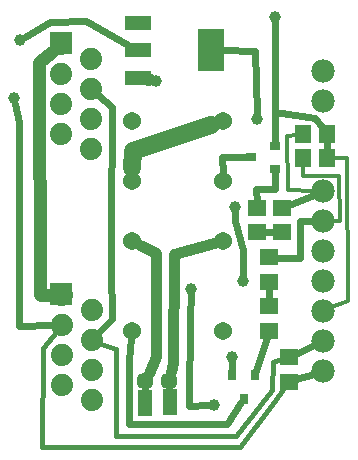
<source format=gtl>
G04 MADE WITH FRITZING*
G04 WWW.FRITZING.ORG*
G04 DOUBLE SIDED*
G04 HOLES PLATED*
G04 CONTOUR ON CENTER OF CONTOUR VECTOR*
%ASAXBY*%
%FSLAX23Y23*%
%MOIN*%
%OFA0B0*%
%SFA1.0B1.0*%
%ADD10C,0.039370*%
%ADD11C,0.074000*%
%ADD12C,0.057000*%
%ADD13C,0.078000*%
%ADD14C,0.060597*%
%ADD15R,0.031496X0.035433*%
%ADD16R,0.035433X0.031496*%
%ADD17R,0.088000X0.048000*%
%ADD18R,0.086614X0.141732*%
%ADD19R,0.059055X0.055118*%
%ADD20R,0.055118X0.059055*%
%ADD21R,0.045957X0.086424*%
%ADD22C,0.024000*%
%ADD23C,0.042000*%
%ADD24C,0.036000*%
%ADD25C,0.016000*%
%ADD26C,0.012000*%
%ADD27C,0.060000*%
%ADD28R,0.001000X0.001000*%
%LNCOPPER1*%
G90*
G70*
G54D10*
X1075Y1140D03*
G54D11*
X524Y203D03*
X424Y253D03*
X524Y303D03*
X524Y403D03*
X524Y503D03*
X424Y353D03*
X424Y453D03*
X424Y553D03*
X523Y1040D03*
X423Y1090D03*
X523Y1140D03*
X523Y1240D03*
X523Y1340D03*
X423Y1190D03*
X423Y1290D03*
X423Y1390D03*
G54D12*
X782Y265D03*
X703Y265D03*
X782Y265D03*
X703Y265D03*
G54D10*
X286Y1404D03*
X267Y1208D03*
X739Y1267D03*
G54D13*
X1295Y1300D03*
X1295Y1200D03*
G54D10*
X1134Y1480D03*
G54D13*
X1294Y898D03*
X1294Y798D03*
X1294Y698D03*
X1294Y598D03*
X1294Y498D03*
X1294Y398D03*
X1294Y298D03*
G54D10*
X855Y573D03*
X932Y186D03*
X993Y346D03*
G54D14*
X963Y734D03*
X660Y1133D03*
X660Y934D03*
X660Y734D03*
X660Y434D03*
X963Y434D03*
X963Y934D03*
X963Y1133D03*
G54D10*
X1003Y847D03*
X1028Y600D03*
G54D15*
X1068Y286D03*
X993Y286D03*
X1031Y207D03*
G54D16*
X1136Y974D03*
X1136Y1049D03*
X1057Y1011D03*
G54D17*
X678Y1459D03*
X678Y1368D03*
X678Y1277D03*
G54D18*
X922Y1368D03*
G54D19*
X1074Y841D03*
X1074Y761D03*
X1117Y434D03*
X1117Y515D03*
X1159Y843D03*
X1159Y763D03*
X1117Y678D03*
X1117Y597D03*
G54D20*
X1229Y1008D03*
X1310Y1008D03*
X1310Y1088D03*
X1230Y1088D03*
G54D19*
X1181Y345D03*
X1181Y264D03*
G54D21*
X784Y196D03*
X703Y194D03*
G54D22*
X1045Y1011D02*
X960Y1012D01*
D02*
X1073Y907D02*
X1074Y863D01*
D02*
X1135Y907D02*
X1073Y907D01*
D02*
X1136Y964D02*
X1135Y907D01*
D02*
X1072Y298D02*
X1109Y412D01*
G54D23*
D02*
X349Y1329D02*
X391Y1364D01*
D02*
X351Y553D02*
X349Y1329D01*
D02*
X382Y553D02*
X351Y553D01*
G54D22*
D02*
X960Y1368D02*
X1069Y1366D01*
G54D24*
D02*
X715Y293D02*
X738Y345D01*
D02*
X738Y345D02*
X739Y692D01*
D02*
X739Y692D02*
X687Y720D01*
D02*
X797Y327D02*
X789Y295D01*
D02*
X800Y690D02*
X797Y327D01*
D02*
X933Y726D02*
X800Y690D01*
G54D22*
D02*
X591Y474D02*
X545Y425D01*
D02*
X588Y772D02*
X589Y642D01*
D02*
X591Y1180D02*
X546Y1220D01*
D02*
X588Y772D02*
X591Y1180D01*
D02*
X1135Y762D02*
X1098Y761D01*
D02*
X384Y1462D02*
X505Y1467D01*
D02*
X505Y1467D02*
X646Y1387D01*
D02*
X303Y1413D02*
X384Y1462D01*
G54D25*
D02*
X606Y372D02*
X547Y394D01*
D02*
X606Y82D02*
X606Y372D01*
D02*
X1004Y84D02*
X606Y82D01*
G54D22*
D02*
X281Y1130D02*
X270Y1189D01*
D02*
X281Y450D02*
X281Y1130D01*
G54D23*
D02*
X716Y1271D02*
X710Y1272D01*
G54D22*
D02*
X1117Y575D02*
X1117Y537D01*
G54D25*
D02*
X358Y47D02*
X1019Y47D01*
D02*
X408Y433D02*
X362Y377D01*
D02*
X362Y377D02*
X358Y47D01*
G54D22*
D02*
X281Y450D02*
X393Y452D01*
G54D26*
D02*
X1378Y534D02*
X1375Y1008D01*
D02*
X1317Y508D02*
X1378Y534D01*
G54D22*
D02*
X853Y483D02*
X855Y554D01*
D02*
X913Y185D02*
X850Y183D01*
D02*
X1183Y853D02*
X1266Y887D01*
D02*
X1220Y676D02*
X1220Y798D01*
D02*
X1220Y798D02*
X1264Y798D01*
D02*
X1141Y677D02*
X1220Y676D01*
D02*
X1205Y356D02*
X1267Y385D01*
D02*
X1205Y272D02*
X1266Y289D01*
G54D25*
D02*
X1157Y338D02*
X1129Y330D01*
D02*
X1129Y330D02*
X1125Y236D01*
D02*
X1133Y196D02*
X1019Y47D01*
D02*
X1165Y242D02*
X1133Y196D01*
G54D22*
D02*
X783Y234D02*
X783Y241D01*
D02*
X703Y232D02*
X703Y241D01*
G54D26*
D02*
X1375Y1008D02*
X1332Y1008D01*
G54D22*
D02*
X1135Y1161D02*
X1134Y1461D01*
D02*
X1268Y1143D02*
X1135Y1161D01*
D02*
X1292Y1112D02*
X1268Y1143D01*
D02*
X1135Y1161D02*
X1136Y1059D01*
G54D26*
D02*
X1179Y903D02*
X1176Y1084D01*
D02*
X1176Y1084D02*
X1208Y1087D01*
D02*
X1270Y899D02*
X1179Y903D01*
D02*
X1350Y949D02*
X1352Y799D01*
D02*
X1229Y949D02*
X1350Y949D01*
D02*
X1352Y799D02*
X1319Y798D01*
D02*
X1229Y984D02*
X1229Y949D01*
G54D22*
D02*
X1310Y1032D02*
X1310Y1064D01*
D02*
X993Y327D02*
X993Y298D01*
G54D25*
D02*
X1125Y236D02*
X1004Y84D01*
G54D22*
D02*
X649Y337D02*
X650Y124D01*
G54D27*
D02*
X661Y1033D02*
X923Y1120D01*
G54D22*
D02*
X650Y124D02*
X976Y124D01*
D02*
X976Y124D02*
X1023Y195D01*
D02*
X657Y409D02*
X649Y337D01*
D02*
X960Y1012D02*
X962Y959D01*
G54D27*
D02*
X660Y975D02*
X661Y1033D01*
G54D22*
D02*
X1069Y1366D02*
X1075Y1159D01*
D02*
X1028Y703D02*
X1002Y798D01*
D02*
X1002Y798D02*
X1002Y828D01*
D02*
X589Y642D02*
X591Y474D01*
D02*
X850Y183D02*
X853Y483D01*
D02*
X1028Y619D02*
X1028Y703D01*
G54D28*
X386Y1428D02*
X458Y1428D01*
X386Y1427D02*
X458Y1427D01*
X386Y1426D02*
X458Y1426D01*
X386Y1425D02*
X458Y1425D01*
X386Y1424D02*
X458Y1424D01*
X386Y1423D02*
X458Y1423D01*
X386Y1422D02*
X458Y1422D01*
X386Y1421D02*
X458Y1421D01*
X386Y1420D02*
X458Y1420D01*
X386Y1419D02*
X458Y1419D01*
X386Y1418D02*
X458Y1418D01*
X386Y1417D02*
X458Y1417D01*
X386Y1416D02*
X458Y1416D01*
X386Y1415D02*
X458Y1415D01*
X386Y1414D02*
X458Y1414D01*
X386Y1413D02*
X458Y1413D01*
X386Y1412D02*
X458Y1412D01*
X386Y1411D02*
X421Y1411D01*
X423Y1411D02*
X458Y1411D01*
X386Y1410D02*
X415Y1410D01*
X429Y1410D02*
X458Y1410D01*
X386Y1409D02*
X413Y1409D01*
X431Y1409D02*
X458Y1409D01*
X386Y1408D02*
X411Y1408D01*
X433Y1408D02*
X458Y1408D01*
X386Y1407D02*
X410Y1407D01*
X434Y1407D02*
X458Y1407D01*
X386Y1406D02*
X408Y1406D01*
X436Y1406D02*
X458Y1406D01*
X386Y1405D02*
X407Y1405D01*
X437Y1405D02*
X458Y1405D01*
X386Y1404D02*
X407Y1404D01*
X437Y1404D02*
X458Y1404D01*
X386Y1403D02*
X406Y1403D01*
X438Y1403D02*
X458Y1403D01*
X386Y1402D02*
X405Y1402D01*
X439Y1402D02*
X458Y1402D01*
X386Y1401D02*
X404Y1401D01*
X440Y1401D02*
X458Y1401D01*
X386Y1400D02*
X404Y1400D01*
X440Y1400D02*
X458Y1400D01*
X386Y1399D02*
X403Y1399D01*
X441Y1399D02*
X458Y1399D01*
X386Y1398D02*
X403Y1398D01*
X441Y1398D02*
X458Y1398D01*
X386Y1397D02*
X403Y1397D01*
X441Y1397D02*
X458Y1397D01*
X386Y1396D02*
X402Y1396D01*
X442Y1396D02*
X458Y1396D01*
X386Y1395D02*
X402Y1395D01*
X442Y1395D02*
X458Y1395D01*
X386Y1394D02*
X402Y1394D01*
X442Y1394D02*
X458Y1394D01*
X386Y1393D02*
X402Y1393D01*
X442Y1393D02*
X458Y1393D01*
X386Y1392D02*
X402Y1392D01*
X442Y1392D02*
X458Y1392D01*
X386Y1391D02*
X402Y1391D01*
X442Y1391D02*
X458Y1391D01*
X386Y1390D02*
X402Y1390D01*
X442Y1390D02*
X458Y1390D01*
X386Y1389D02*
X402Y1389D01*
X442Y1389D02*
X458Y1389D01*
X386Y1388D02*
X402Y1388D01*
X442Y1388D02*
X458Y1388D01*
X386Y1387D02*
X402Y1387D01*
X442Y1387D02*
X458Y1387D01*
X386Y1386D02*
X403Y1386D01*
X441Y1386D02*
X458Y1386D01*
X386Y1385D02*
X403Y1385D01*
X441Y1385D02*
X458Y1385D01*
X386Y1384D02*
X403Y1384D01*
X441Y1384D02*
X458Y1384D01*
X386Y1383D02*
X404Y1383D01*
X440Y1383D02*
X458Y1383D01*
X386Y1382D02*
X404Y1382D01*
X440Y1382D02*
X458Y1382D01*
X386Y1381D02*
X405Y1381D01*
X439Y1381D02*
X458Y1381D01*
X386Y1380D02*
X406Y1380D01*
X438Y1380D02*
X458Y1380D01*
X386Y1379D02*
X406Y1379D01*
X438Y1379D02*
X458Y1379D01*
X386Y1378D02*
X407Y1378D01*
X437Y1378D02*
X458Y1378D01*
X386Y1377D02*
X408Y1377D01*
X436Y1377D02*
X458Y1377D01*
X386Y1376D02*
X409Y1376D01*
X435Y1376D02*
X458Y1376D01*
X386Y1375D02*
X411Y1375D01*
X433Y1375D02*
X458Y1375D01*
X386Y1374D02*
X412Y1374D01*
X432Y1374D02*
X458Y1374D01*
X386Y1373D02*
X415Y1373D01*
X429Y1373D02*
X458Y1373D01*
X386Y1372D02*
X419Y1372D01*
X425Y1372D02*
X458Y1372D01*
X386Y1371D02*
X458Y1371D01*
X386Y1370D02*
X458Y1370D01*
X386Y1369D02*
X458Y1369D01*
X386Y1368D02*
X458Y1368D01*
X386Y1367D02*
X458Y1367D01*
X386Y1366D02*
X458Y1366D01*
X386Y1365D02*
X458Y1365D01*
X386Y1364D02*
X458Y1364D01*
X386Y1363D02*
X458Y1363D01*
X386Y1362D02*
X458Y1362D01*
X386Y1361D02*
X458Y1361D01*
X386Y1360D02*
X458Y1360D01*
X386Y1359D02*
X458Y1359D01*
X386Y1358D02*
X458Y1358D01*
X386Y1357D02*
X458Y1357D01*
X386Y1356D02*
X458Y1356D01*
X386Y1355D02*
X458Y1355D01*
X386Y591D02*
X459Y591D01*
X386Y590D02*
X459Y590D01*
X386Y589D02*
X459Y589D01*
X386Y588D02*
X459Y588D01*
X386Y587D02*
X459Y587D01*
X386Y586D02*
X459Y586D01*
X386Y585D02*
X459Y585D01*
X386Y584D02*
X459Y584D01*
X386Y583D02*
X459Y583D01*
X386Y582D02*
X459Y582D01*
X386Y581D02*
X459Y581D01*
X386Y580D02*
X459Y580D01*
X386Y579D02*
X459Y579D01*
X386Y578D02*
X459Y578D01*
X386Y577D02*
X459Y577D01*
X386Y576D02*
X459Y576D01*
X386Y575D02*
X459Y575D01*
X386Y574D02*
X459Y574D01*
X386Y573D02*
X416Y573D01*
X429Y573D02*
X459Y573D01*
X386Y572D02*
X414Y572D01*
X432Y572D02*
X459Y572D01*
X386Y571D02*
X412Y571D01*
X434Y571D02*
X459Y571D01*
X386Y570D02*
X411Y570D01*
X435Y570D02*
X459Y570D01*
X386Y569D02*
X409Y569D01*
X436Y569D02*
X459Y569D01*
X386Y568D02*
X408Y568D01*
X437Y568D02*
X459Y568D01*
X386Y567D02*
X407Y567D01*
X438Y567D02*
X459Y567D01*
X386Y566D02*
X407Y566D01*
X439Y566D02*
X459Y566D01*
X386Y565D02*
X406Y565D01*
X440Y565D02*
X459Y565D01*
X386Y564D02*
X405Y564D01*
X440Y564D02*
X459Y564D01*
X386Y563D02*
X405Y563D01*
X441Y563D02*
X459Y563D01*
X386Y562D02*
X404Y562D01*
X441Y562D02*
X459Y562D01*
X386Y561D02*
X404Y561D01*
X442Y561D02*
X459Y561D01*
X386Y560D02*
X404Y560D01*
X442Y560D02*
X459Y560D01*
X386Y559D02*
X403Y559D01*
X442Y559D02*
X459Y559D01*
X386Y558D02*
X403Y558D01*
X443Y558D02*
X459Y558D01*
X386Y557D02*
X403Y557D01*
X443Y557D02*
X459Y557D01*
X386Y556D02*
X403Y556D01*
X443Y556D02*
X459Y556D01*
X386Y555D02*
X403Y555D01*
X443Y555D02*
X459Y555D01*
X386Y554D02*
X403Y554D01*
X443Y554D02*
X459Y554D01*
X386Y553D02*
X403Y553D01*
X443Y553D02*
X459Y553D01*
X386Y552D02*
X403Y552D01*
X443Y552D02*
X459Y552D01*
X386Y551D02*
X403Y551D01*
X443Y551D02*
X459Y551D01*
X386Y550D02*
X403Y550D01*
X442Y550D02*
X459Y550D01*
X386Y549D02*
X403Y549D01*
X442Y549D02*
X459Y549D01*
X386Y548D02*
X404Y548D01*
X442Y548D02*
X459Y548D01*
X386Y547D02*
X404Y547D01*
X442Y547D02*
X459Y547D01*
X386Y546D02*
X405Y546D01*
X441Y546D02*
X459Y546D01*
X386Y545D02*
X405Y545D01*
X441Y545D02*
X459Y545D01*
X386Y544D02*
X406Y544D01*
X440Y544D02*
X459Y544D01*
X386Y543D02*
X406Y543D01*
X439Y543D02*
X459Y543D01*
X386Y542D02*
X407Y542D01*
X439Y542D02*
X459Y542D01*
X386Y541D02*
X408Y541D01*
X438Y541D02*
X459Y541D01*
X386Y540D02*
X409Y540D01*
X437Y540D02*
X459Y540D01*
X386Y539D02*
X410Y539D01*
X435Y539D02*
X459Y539D01*
X386Y538D02*
X411Y538D01*
X434Y538D02*
X459Y538D01*
X386Y537D02*
X413Y537D01*
X432Y537D02*
X459Y537D01*
X386Y536D02*
X415Y536D01*
X430Y536D02*
X459Y536D01*
X386Y535D02*
X419Y535D01*
X426Y535D02*
X459Y535D01*
X386Y534D02*
X459Y534D01*
X386Y533D02*
X459Y533D01*
X386Y532D02*
X459Y532D01*
X386Y531D02*
X459Y531D01*
X386Y530D02*
X459Y530D01*
X386Y529D02*
X459Y529D01*
X386Y528D02*
X459Y528D01*
X386Y527D02*
X459Y527D01*
X386Y526D02*
X459Y526D01*
X386Y525D02*
X459Y525D01*
X386Y524D02*
X459Y524D01*
X386Y523D02*
X459Y523D01*
X386Y522D02*
X459Y522D01*
X386Y521D02*
X459Y521D01*
X386Y520D02*
X459Y520D01*
X386Y519D02*
X459Y519D01*
X386Y518D02*
X459Y518D01*
D02*
G04 End of Copper1*
M02*
</source>
